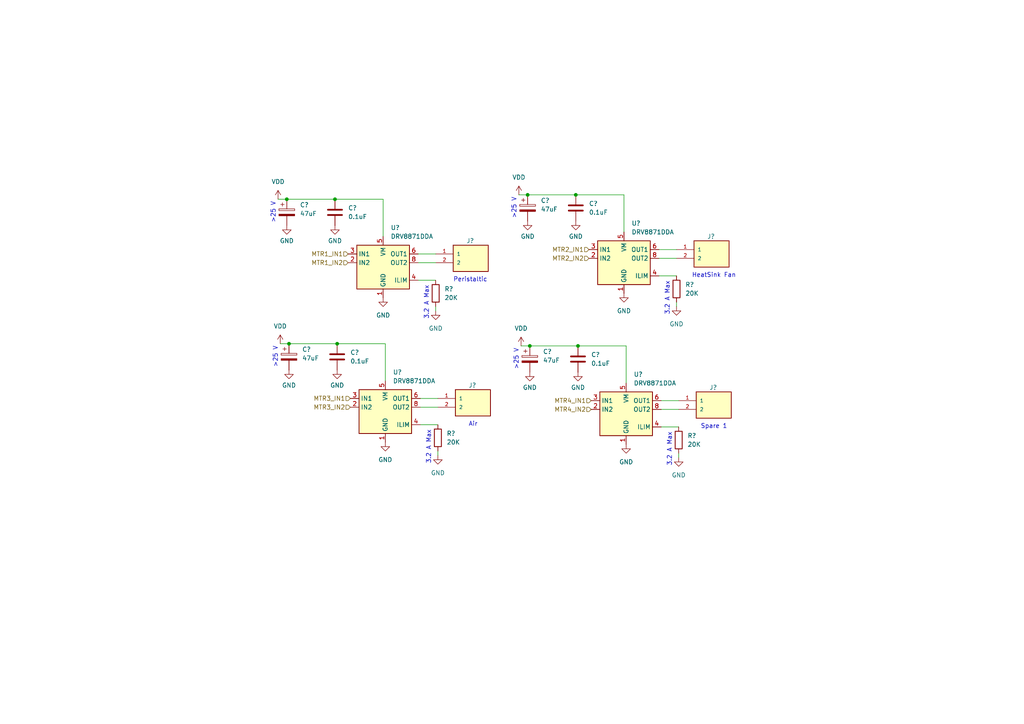
<source format=kicad_sch>
(kicad_sch (version 20230121) (generator eeschema)
  (paper "A4")
  (lib_symbols
    (symbol "Device:C" (pin_numbers hide) (pin_names (offset 0.254))
      (property "Reference" "C" (at 0.635 2.54 0))
      (property "Value" "C" (at 0.635 -2.54 0))
      (symbol "C_0_1"
        (polyline (pts (xy -2.032 -0.762) (xy 2.032 -0.762)) (stroke (width 0.508)))
        (polyline (pts (xy -2.032 0.762) (xy 2.032 0.762)) (stroke (width 0.508)))
      )
      (symbol "C_1_1"
        (pin passive line (at 0 3.81 270) (length 2.794) (name "~") (number "1"))
        (pin passive line (at 0 -3.81 90) (length 2.794) (name "~") (number "2"))
      )
    )
    (symbol "Device:C_Polarized" (pin_numbers hide) (pin_names (offset 0.254))
      (property "Reference" "C" (at 0.635 2.54 0))
      (property "Value" "C_Polarized" (at 0.635 -2.54 0))
      (symbol "C_Polarized_0_1"
        (rectangle (start -2.286 0.508) (end 2.286 1.016))
        (polyline (pts (xy -1.778 2.286) (xy -0.762 2.286)))
        (polyline (pts (xy -1.27 2.794) (xy -1.27 1.778)))
        (rectangle (start 2.286 -0.508) (end -2.286 -1.016) (fill (type outline)))
      )
      (symbol "C_Polarized_1_1"
        (pin passive line (at 0 3.81 270) (length 2.794) (name "~") (number "1"))
        (pin passive line (at 0 -3.81 90) (length 2.794) (name "~") (number "2"))
      )
    )
    (symbol "Device:R" (pin_numbers hide) (pin_names (offset 0))
      (property "Reference" "R" (at 2.032 0 90))
      (property "Value" "R" (at 0 0 90))
      (symbol "R_0_1"
        (rectangle (start -1.016 -2.54) (end 1.016 2.54) (stroke (width 0.254)))
      )
      (symbol "R_1_1"
        (pin passive line (at 0 3.81 270) (length 1.27) (name "~") (number "1"))
        (pin passive line (at 0 -3.81 90) (length 1.27) (name "~") (number "2"))
      )
    )
    (symbol "Driver_Motor:DRV8871DDA"
      (property "Reference" "U" (at -6.35 6.35 0))
      (property "Value" "DRV8871DDA" (at 8.89 6.35 0))
      (symbol "DRV8871DDA_0_1"
        (rectangle (start -7.62 5.08) (end 7.62 -7.62) (stroke (width 0.254)) (fill (type background)))
      )
      (symbol "DRV8871DDA_1_1"
        (pin power_in line (at 0 -10.16 90) (length 2.54) (name "GND") (number "1"))
        (pin input line (at -10.16 0 0) (length 2.54) (name "IN2") (number "2"))
        (pin input line (at -10.16 2.54 0) (length 2.54) (name "IN1") (number "3"))
        (pin passive line (at 10.16 -5.08 180) (length 2.54) (name "ILIM") (number "4"))
        (pin power_in line (at 0 7.62 270) (length 2.54) (name "VM") (number "5"))
        (pin output line (at 10.16 2.54 180) (length 2.54) (name "OUT1") (number "6"))
        (pin passive line (at 0 -10.16 90) (length 2.54) hide (name "GND") (number "7"))
        (pin output line (at 10.16 0 180) (length 2.54) (name "OUT2") (number "8"))
        (pin passive line (at 0 -10.16 90) (length 2.54) hide (name "GND") (number "9"))
      )
    )
    (symbol "connectors:TBP02R2-381-02BE" (pin_names (offset 1.016))
      (property "Reference" "J" (at -5.58 5.08 0))
      (property "Value" "TBP02R2-381-02BE" (at -5.08 -5.08 0))
      (symbol "TBP02R2-381-02BE_0_0"
        (rectangle (start -5.08 -2.54) (end 5.08 5.08) (stroke (width 0.254)) (fill (type background)))
        (pin passive line (at -10.16 2.54 0) (length 5.08) (name "1") (number "1"))
        (pin passive line (at -10.16 0 0) (length 5.08) (name "2") (number "2"))
      )
    )
    (symbol "power:GND" (power) (pin_names (offset 0))
      (property "Value" "GND" (at 0 -3.81 0))
      (symbol "GND_0_1"
        (polyline (pts (xy 0 0) (xy 0 -1.27) (xy 1.27 -1.27) (xy 0 -2.54) (xy -1.27 -1.27) (xy 0 -1.27)))
      )
      (symbol "GND_1_1"
        (pin power_in line (at 0 0 270) (length 0) hide (name "GND") (number "1"))
      )
    )
    (symbol "power:VDD" (power) (pin_names (offset 0))
      (property "Value" "VDD" (at 0 3.81 0))
      (symbol "VDD_0_1"
        (polyline (pts (xy -0.762 1.27) (xy 0 2.54)))
        (polyline (pts (xy 0 0) (xy 0 2.54)))
        (polyline (pts (xy 0 2.54) (xy 0.762 1.27)))
      )
      (symbol "VDD_1_1"
        (pin power_in line (at 0 0 90) (length 0) hide (name "VDD") (number "1"))
      )
    )
  )
  (junction (at 83.82 99.695))
  (junction (at 167.005 56.515))
  (junction (at 153.035 56.515))
  (junction (at 97.155 57.785))
  (junction (at 167.64 100.33))
  (junction (at 153.67 100.33))
  (junction (at 97.79 99.695))
  (junction (at 83.185 57.785))
  (wire (pts (xy 83.82 99.695) (xy 97.79 99.695)))
  (wire (pts (xy 97.155 57.785) (xy 111.125 57.785)))
  (wire (pts (xy 81.28 99.695) (xy 83.82 99.695)))
  (wire (pts (xy 121.285 73.66) (xy 126.365 73.66)))
  (wire (pts (xy 153.035 56.515) (xy 167.005 56.515)))
  (wire (pts (xy 191.135 72.39) (xy 196.215 72.39)))
  (wire (pts (xy 180.975 67.31) (xy 180.975 56.515)))
  (wire (pts (xy 121.92 123.19) (xy 127 123.19)))
  (wire (pts (xy 111.125 68.58) (xy 111.125 57.785)))
  (wire (pts (xy 181.61 111.125) (xy 181.61 100.33)))
  (wire (pts (xy 191.135 80.01) (xy 196.215 80.01)))
  (wire (pts (xy 153.67 100.33) (xy 167.64 100.33)))
  (wire (pts (xy 121.92 115.57) (xy 127 115.57)))
  (wire (pts (xy 196.85 131.445) (xy 196.85 132.715)))
  (wire (pts (xy 150.495 56.515) (xy 153.035 56.515)))
  (wire (pts (xy 97.79 99.695) (xy 111.76 99.695)))
  (wire (pts (xy 167.005 56.515) (xy 180.975 56.515)))
  (wire (pts (xy 196.215 87.63) (xy 196.215 88.9)))
  (wire (pts (xy 121.285 81.28) (xy 126.365 81.28)))
  (wire (pts (xy 121.285 76.2) (xy 126.365 76.2)))
  (wire (pts (xy 111.76 110.49) (xy 111.76 99.695)))
  (wire (pts (xy 127 130.81) (xy 127 132.08)))
  (wire (pts (xy 191.135 74.93) (xy 196.215 74.93)))
  (wire (pts (xy 191.77 118.745) (xy 196.85 118.745)))
  (wire (pts (xy 126.365 88.9) (xy 126.365 90.17)))
  (wire (pts (xy 191.77 116.205) (xy 196.85 116.205)))
  (wire (pts (xy 83.185 57.785) (xy 97.155 57.785)))
  (wire (pts (xy 151.13 100.33) (xy 153.67 100.33)))
  (wire (pts (xy 191.77 123.825) (xy 196.85 123.825)))
  (wire (pts (xy 121.92 118.11) (xy 127 118.11)))
  (wire (pts (xy 167.64 100.33) (xy 181.61 100.33)))
  (wire (pts (xy 80.645 57.785) (xy 83.185 57.785)))
  (text ">25 V" (at 149.86 63.5 90) (effects (font (size 1.27 1.27)) (justify left bottom)))
  (text "3.2 A Max" (at 194.945 135.255 90) (effects (font (size 1.27 1.27)) (justify left bottom)))
  (text "Air" (at 135.89 123.825 0) (effects (font (size 1.27 1.27)) (justify left bottom)))
  (text ">25 V" (at 150.495 107.315 90) (effects (font (size 1.27 1.27)) (justify left bottom)))
  (text "Peristaltic" (at 131.445 81.915 0) (effects (font (size 1.27 1.27)) (justify left bottom)))
  (text "Spare 1" (at 203.2 124.46 0) (effects (font (size 1.27 1.27)) (justify left bottom)))
  (text "HeatSink Fan" (at 200.66 80.645 0) (effects (font (size 1.27 1.27)) (justify left bottom)))
  (text "3.2 A Max" (at 125.095 134.62 90) (effects (font (size 1.27 1.27)) (justify left bottom)))
  (text "3.2 A Max" (at 194.31 91.44 90) (effects (font (size 1.27 1.27)) (justify left bottom)))
  (text ">25 V" (at 80.01 64.77 90) (effects (font (size 1.27 1.27)) (justify left bottom)))
  (text ">25 V" (at 80.645 106.68 90) (effects (font (size 1.27 1.27)) (justify left bottom)))
  (text "3.2 A Max" (at 124.46 92.71 90) (effects (font (size 1.27 1.27)) (justify left bottom)))
  (hierarchical_label "MTR2_IN2" (shape input) (at 170.815 74.93 180))
  (hierarchical_label "MTR1_IN1" (shape input) (at 100.965 73.66 180))
  (hierarchical_label "MTR4_IN1" (shape input) (at 171.45 116.205 180))
  (hierarchical_label "MTR2_IN1" (shape input) (at 170.815 72.39 180))
  (hierarchical_label "MTR1_IN2" (shape input) (at 100.965 76.2 180))
  (hierarchical_label "MTR3_IN2" (shape input) (at 101.6 118.11 180))
  (hierarchical_label "MTR4_IN2" (shape input) (at 171.45 118.745 180))
  (hierarchical_label "MTR3_IN1" (shape input) (at 101.6 115.57 180))
  (symbol (lib_id "connectors:TBP02R2-381-02BE") (at 137.16 118.11 0) (unit 1)
    (property "Reference" "J?" (at 135.89 111.76 0) (effects (justify left)))
    (property "Value" "TBP02R2-381-02BE" (effects hide))
    (property "Footprint" "connectors:TBP02R2-381-02BE" (effects hide))
    (property "STANDARD" "Manufacturer Recommendations" (effects hide))
    (property "MANUFACTURER" "CUI" (effects hide))
    (instances (project "phenobottle" (path "" (reference "J?") (unit 1))) (project "motor_drvr" (path "" (reference "J13") (unit 1))) (project "esp32-clover" (path "" (reference "J13") (unit 1))))
  )
  (symbol (lib_id "power:GND") (at 196.85 132.715 0) (unit 1)
    (property "Reference" "#PWR072" (effects hide))
    (property "Value" "GND" (at 196.85 137.795 0))
    (instances (project "phenobottle" (path "" (reference "#PWR072") (unit 1))) (project "motor_drvr" (path "" (reference "#PWR0135") (unit 1))) (project "esp32-clover" (path "" (reference "#PWR0135") (unit 1))))
  )
  (symbol (lib_id "power:GND") (at 97.79 107.315 0) (unit 1)
    (property "Reference" "#PWR063" (effects hide))
    (property "Value" "GND" (at 97.79 111.76 0))
    (instances (project "phenobottle" (path "" (reference "#PWR063") (unit 1))) (project "motor_drvr" (path "" (reference "#PWR0131") (unit 1))) (project "esp32-clover" (path "" (reference "#PWR0131") (unit 1))))
  )
  (symbol (lib_id "connectors:TBP02R2-381-02BE") (at 206.375 74.93 0) (unit 1)
    (property "Reference" "J?" (at 205.105 68.58 0) (effects (justify left)))
    (property "Value" "TBP02R2-381-02BE" (effects hide))
    (property "Footprint" "connectors:TBP02R2-381-02BE" (effects hide))
    (property "STANDARD" "Manufacturer Recommendations" (effects hide))
    (property "MANUFACTURER" "CUI" (effects hide))
    (instances (project "phenobottle" (path "" (reference "J?") (unit 1))) (project "motor_drvr" (path "" (reference "J13") (unit 1))) (project "esp32-clover" (path "" (reference "J13") (unit 1))))
  )
  (symbol (lib_id "power:GND") (at 153.035 64.135 0) (unit 1)
    (property "Reference" "#PWR022" (effects hide))
    (property "Value" "GND" (at 153.035 68.58 0))
    (instances (project "phenobottle" (path "" (reference "#PWR022") (unit 1))) (project "motor_drvr" (path "" (reference "#PWR0129") (unit 1))) (project "esp32-clover" (path "" (reference "#PWR0129") (unit 1))))
  )
  (symbol (lib_id "power:GND") (at 111.76 128.27 0) (unit 1)
    (property "Reference" "#PWR064" (effects hide))
    (property "Value" "GND" (at 111.76 133.35 0))
    (instances (project "phenobottle" (path "" (reference "#PWR064") (unit 1))) (project "motor_drvr" (path "" (reference "#PWR0133") (unit 1))) (project "esp32-clover" (path "" (reference "#PWR0133") (unit 1))))
  )
  (symbol (lib_id "power:GND") (at 153.67 107.95 0) (unit 1)
    (property "Reference" "#PWR069" (effects hide))
    (property "Value" "GND" (at 153.67 112.395 0))
    (instances (project "phenobottle" (path "" (reference "#PWR069") (unit 1))) (project "motor_drvr" (path "" (reference "#PWR0129") (unit 1))) (project "esp32-clover" (path "" (reference "#PWR0129") (unit 1))))
  )
  (symbol (lib_id "power:GND") (at 181.61 128.905 0) (unit 1)
    (property "Reference" "#PWR071" (effects hide))
    (property "Value" "GND" (at 181.61 133.985 0))
    (instances (project "phenobottle" (path "" (reference "#PWR071") (unit 1))) (project "motor_drvr" (path "" (reference "#PWR0133") (unit 1))) (project "esp32-clover" (path "" (reference "#PWR0133") (unit 1))))
  )
  (symbol (lib_id "Device:C") (at 97.155 61.595 0) (unit 1)
    (property "Reference" "C?" (at 100.965 60.325 0) (effects (justify left)))
    (property "Value" "0.1uF" (at 100.965 62.865 0) (effects (justify left)))
    (property "Footprint" "Capacitor_SMD:C_0805_2012Metric" (effects hide))
    (instances (project "phenobottle" (path "" (reference "C?") (unit 1))) (project "motor_drvr" (path "" (reference "C43") (unit 1))) (project "esp32-clover" (path "" (reference "C43") (unit 1))))
  )
  (symbol (lib_id "power:GND") (at 83.185 65.405 0) (unit 1)
    (property "Reference" "#PWR02" (effects hide))
    (property "Value" "GND" (at 83.185 69.85 0))
    (instances (project "phenobottle" (path "" (reference "#PWR02") (unit 1))) (project "motor_drvr" (path "" (reference "#PWR0129") (unit 1))) (project "esp32-clover" (path "" (reference "#PWR0129") (unit 1))))
  )
  (symbol (lib_id "Driver_Motor:DRV8871DDA") (at 111.76 118.11 0) (unit 1)
    (property "Reference" "U?" (at 113.9541 107.95 0) (effects (justify left)))
    (property "Value" "DRV8871DDA" (at 113.9541 110.49 0) (effects (justify left)))
    (property "Footprint" "Package_SO:Texas_HTSOP-8-1EP_3.9x4.9mm_P1.27mm_EP2.95x4.9mm_Mask2.4x3.1mm_ThermalVias" (effects hide))
    (property "Datasheet" "http://www.ti.com/lit/ds/symlink/drv8871.pdf" (effects hide))
    (instances (project "phenobottle" (path "" (reference "U?") (unit 1))) (project "motor_drvr" (path "" (reference "U16") (unit 1))) (project "esp32-clover" (path "" (reference "U16") (unit 1))))
  )
  (symbol (lib_id "Device:R") (at 127 127 0) (unit 1)
    (property "Reference" "R?" (at 129.54 125.73 0) (effects (justify left)))
    (property "Value" "20K" (at 129.54 128.27 0) (effects (justify left)))
    (property "Footprint" "Resistor_SMD:R_0805_2012Metric" (effects hide))
    (instances (project "phenobottle" (path "" (reference "R?") (unit 1))) (project "motor_drvr" (path "" (reference "R45") (unit 1))) (project "esp32-clover" (path "" (reference "R45") (unit 1))))
  )
  (symbol (lib_id "Device:R") (at 126.365 85.09 0) (unit 1)
    (property "Reference" "R?" (at 128.905 83.82 0) (effects (justify left)))
    (property "Value" "20K" (at 128.905 86.36 0) (effects (justify left)))
    (property "Footprint" "Resistor_SMD:R_0805_2012Metric" (effects hide))
    (instances (project "phenobottle" (path "" (reference "R?") (unit 1))) (project "motor_drvr" (path "" (reference "R45") (unit 1))) (project "esp32-clover" (path "" (reference "R45") (unit 1))))
  )
  (symbol (lib_id "Device:C") (at 167.64 104.14 0) (unit 1)
    (property "Reference" "C?" (at 171.45 102.87 0) (effects (justify left)))
    (property "Value" "0.1uF" (at 171.45 105.41 0) (effects (justify left)))
    (property "Footprint" "Capacitor_SMD:C_0805_2012Metric" (effects hide))
    (instances (project "phenobottle" (path "" (reference "C?") (unit 1))) (project "motor_drvr" (path "" (reference "C43") (unit 1))) (project "esp32-clover" (path "" (reference "C43") (unit 1))))
  )
  (symbol (lib_id "power:GND") (at 83.82 107.315 0) (unit 1)
    (property "Reference" "#PWR056" (effects hide))
    (property "Value" "GND" (at 83.82 111.76 0))
    (instances (project "phenobottle" (path "" (reference "#PWR056") (unit 1))) (project "motor_drvr" (path "" (reference "#PWR0129") (unit 1))) (project "esp32-clover" (path "" (reference "#PWR0129") (unit 1))))
  )
  (symbol (lib_id "power:VDD") (at 150.495 56.515 0) (unit 1)
    (property "Reference" "#PWR?" (effects hide))
    (property "Value" "VDD" (at 150.495 51.435 0))
    (instances (project "phenobottle" (path "" (reference "#PWR?") (unit 1)) (path "" (reference "#PWR047") (unit 1)) (path "" (reference "#PWR020") (unit 1))) (project "u-nit" (path "" (reference "#PWR011") (unit 1))))
  )
  (symbol (lib_id "power:GND") (at 167.64 107.95 0) (unit 1)
    (property "Reference" "#PWR070" (effects hide))
    (property "Value" "GND" (at 167.64 112.395 0))
    (instances (project "phenobottle" (path "" (reference "#PWR070") (unit 1))) (project "motor_drvr" (path "" (reference "#PWR0131") (unit 1))) (project "esp32-clover" (path "" (reference "#PWR0131") (unit 1))))
  )
  (symbol (lib_id "power:VDD") (at 81.28 99.695 0) (unit 1)
    (property "Reference" "#PWR?" (effects hide))
    (property "Value" "VDD" (at 81.28 94.615 0))
    (instances (project "phenobottle" (path "" (reference "#PWR?") (unit 1)) (path "" (reference "#PWR047") (unit 1)) (path "" (reference "#PWR038") (unit 1))) (project "u-nit" (path "" (reference "#PWR011") (unit 1))))
  )
  (symbol (lib_id "power:GND") (at 167.005 64.135 0) (unit 1)
    (property "Reference" "#PWR025" (effects hide))
    (property "Value" "GND" (at 167.005 68.58 0))
    (instances (project "phenobottle" (path "" (reference "#PWR025") (unit 1))) (project "motor_drvr" (path "" (reference "#PWR0131") (unit 1))) (project "esp32-clover" (path "" (reference "#PWR0131") (unit 1))))
  )
  (symbol (lib_id "power:GND") (at 111.125 86.36 0) (unit 1)
    (property "Reference" "#PWR011" (effects hide))
    (property "Value" "GND" (at 111.125 91.44 0))
    (instances (project "phenobottle" (path "" (reference "#PWR011") (unit 1))) (project "motor_drvr" (path "" (reference "#PWR0133") (unit 1))) (project "esp32-clover" (path "" (reference "#PWR0133") (unit 1))))
  )
  (symbol (lib_id "Driver_Motor:DRV8871DDA") (at 181.61 118.745 0) (unit 1)
    (property "Reference" "U?" (at 183.8041 108.585 0) (effects (justify left)))
    (property "Value" "DRV8871DDA" (at 183.8041 111.125 0) (effects (justify left)))
    (property "Footprint" "Package_SO:Texas_HTSOP-8-1EP_3.9x4.9mm_P1.27mm_EP2.95x4.9mm_Mask2.4x3.1mm_ThermalVias" (effects hide))
    (property "Datasheet" "http://www.ti.com/lit/ds/symlink/drv8871.pdf" (effects hide))
    (instances (project "phenobottle" (path "" (reference "U?") (unit 1))) (project "motor_drvr" (path "" (reference "U16") (unit 1))) (project "esp32-clover" (path "" (reference "U16") (unit 1))))
  )
  (symbol (lib_id "power:GND") (at 97.155 65.405 0) (unit 1)
    (property "Reference" "#PWR08" (effects hide))
    (property "Value" "GND" (at 97.155 69.85 0))
    (instances (project "phenobottle" (path "" (reference "#PWR08") (unit 1))) (project "motor_drvr" (path "" (reference "#PWR0131") (unit 1))) (project "esp32-clover" (path "" (reference "#PWR0131") (unit 1))))
  )
  (symbol (lib_id "Device:C_Polarized") (at 153.035 60.325 0) (unit 1)
    (property "Reference" "C?" (at 156.845 58.166 0) (effects (justify left)))
    (property "Value" "47uF" (at 156.845 60.706 0) (effects (justify left)))
    (property "Footprint" "Capacitor_SMD:C_Elec_10x10.2" (effects hide))
    (property "Part" "EEE-TG1K470UP" (effects hide))
    (instances (project "phenobottle" (path "" (reference "C?") (unit 1))) (project "motor_drvr" (path "" (reference "C41") (unit 1))) (project "esp32-clover" (path "" (reference "C41") (unit 1))))
  )
  (symbol (lib_id "power:GND") (at 180.975 85.09 0) (unit 1)
    (property "Reference" "#PWR028" (effects hide))
    (property "Value" "GND" (at 180.975 90.17 0))
    (instances (project "phenobottle" (path "" (reference "#PWR028") (unit 1))) (project "motor_drvr" (path "" (reference "#PWR0133") (unit 1))) (project "esp32-clover" (path "" (reference "#PWR0133") (unit 1))))
  )
  (symbol (lib_id "power:GND") (at 127 132.08 0) (unit 1)
    (property "Reference" "#PWR065" (effects hide))
    (property "Value" "GND" (at 127 137.16 0))
    (instances (project "phenobottle" (path "" (reference "#PWR065") (unit 1))) (project "motor_drvr" (path "" (reference "#PWR0135") (unit 1))) (project "esp32-clover" (path "" (reference "#PWR0135") (unit 1))))
  )
  (symbol (lib_id "Device:C") (at 97.79 103.505 0) (unit 1)
    (property "Reference" "C?" (at 101.6 102.235 0) (effects (justify left)))
    (property "Value" "0.1uF" (at 101.6 104.775 0) (effects (justify left)))
    (property "Footprint" "Capacitor_SMD:C_0805_2012Metric" (effects hide))
    (instances (project "phenobottle" (path "" (reference "C?") (unit 1))) (project "motor_drvr" (path "" (reference "C43") (unit 1))) (project "esp32-clover" (path "" (reference "C43") (unit 1))))
  )
  (symbol (lib_id "Driver_Motor:DRV8871DDA") (at 111.125 76.2 0) (unit 1)
    (property "Reference" "U?" (at 113.3191 66.04 0) (effects (justify left)))
    (property "Value" "DRV8871DDA" (at 113.3191 68.58 0) (effects (justify left)))
    (property "Footprint" "Package_SO:Texas_HTSOP-8-1EP_3.9x4.9mm_P1.27mm_EP2.95x4.9mm_Mask2.4x3.1mm_ThermalVias" (effects hide))
    (property "Datasheet" "http://www.ti.com/lit/ds/symlink/drv8871.pdf" (effects hide))
    (instances (project "phenobottle" (path "" (reference "U?") (unit 1))) (project "motor_drvr" (path "" (reference "U16") (unit 1))) (project "esp32-clover" (path "" (reference "U16") (unit 1))))
  )
  (symbol (lib_id "Device:C_Polarized") (at 83.185 61.595 0) (unit 1)
    (property "Reference" "C?" (at 86.995 59.436 0) (effects (justify left)))
    (property "Value" "47uF" (at 86.995 61.976 0) (effects (justify left)))
    (property "Footprint" "Capacitor_SMD:C_Elec_10x10.2" (effects hide))
    (property "Part" "EEE-TG1K470UP" (effects hide))
    (instances (project "phenobottle" (path "" (reference "C?") (unit 1))) (project "motor_drvr" (path "" (reference "C41") (unit 1))) (project "esp32-clover" (path "" (reference "C41") (unit 1))))
  )
  (symbol (lib_id "Device:C") (at 167.005 60.325 0) (unit 1)
    (property "Reference" "C?" (at 170.815 59.055 0) (effects (justify left)))
    (property "Value" "0.1uF" (at 170.815 61.595 0) (effects (justify left)))
    (property "Footprint" "Capacitor_SMD:C_0805_2012Metric" (effects hide))
    (instances (project "phenobottle" (path "" (reference "C?") (unit 1))) (project "motor_drvr" (path "" (reference "C43") (unit 1))) (project "esp32-clover" (path "" (reference "C43") (unit 1))))
  )
  (symbol (lib_id "Device:C_Polarized") (at 83.82 103.505 0) (unit 1)
    (property "Reference" "C?" (at 87.63 101.346 0) (effects (justify left)))
    (property "Value" "47uF" (at 87.63 103.886 0) (effects (justify left)))
    (property "Footprint" "Capacitor_SMD:C_Elec_10x10.2" (effects hide))
    (property "Part" "EEE-TG1K470UP" (effects hide))
    (instances (project "phenobottle" (path "" (reference "C?") (unit 1))) (project "motor_drvr" (path "" (reference "C41") (unit 1))) (project "esp32-clover" (path "" (reference "C41") (unit 1))))
  )
  (symbol (lib_id "connectors:TBP02R2-381-02BE") (at 207.01 118.745 0) (unit 1)
    (property "Reference" "J?" (at 205.74 112.395 0) (effects (justify left)))
    (property "Value" "TBP02R2-381-02BE" (effects hide))
    (property "Footprint" "connectors:TBP02R2-381-02BE" (effects hide))
    (property "STANDARD" "Manufacturer Recommendations" (effects hide))
    (property "MANUFACTURER" "CUI" (effects hide))
    (instances (project "phenobottle" (path "" (reference "J?") (unit 1))) (project "motor_drvr" (path "" (reference "J13") (unit 1))) (project "esp32-clover" (path "" (reference "J13") (unit 1))))
  )
  (symbol (lib_id "power:GND") (at 196.215 88.9 0) (unit 1)
    (property "Reference" "#PWR036" (effects hide))
    (property "Value" "GND" (at 196.215 93.98 0))
    (instances (project "phenobottle" (path "" (reference "#PWR036") (unit 1))) (project "motor_drvr" (path "" (reference "#PWR0135") (unit 1))) (project "esp32-clover" (path "" (reference "#PWR0135") (unit 1))))
  )
  (symbol (lib_id "power:VDD") (at 80.645 57.785 0) (unit 1)
    (property "Reference" "#PWR?" (effects hide))
    (property "Value" "VDD" (at 80.645 52.705 0))
    (instances (project "phenobottle" (path "" (reference "#PWR?") (unit 1)) (path "" (reference "#PWR047") (unit 1)) (path "" (reference "#PWR01") (unit 1))) (project "u-nit" (path "" (reference "#PWR011") (unit 1))))
  )
  (symbol (lib_id "connectors:TBP02R2-381-02BE") (at 136.525 76.2 0) (unit 1)
    (property "Reference" "J?" (at 135.255 69.85 0) (effects (justify left)))
    (property "Value" "TBP02R2-381-02BE" (effects hide))
    (property "Footprint" "connectors:TBP02R2-381-02BE" (effects hide))
    (property "STANDARD" "Manufacturer Recommendations" (effects hide))
    (property "MANUFACTURER" "CUI" (effects hide))
    (instances (project "phenobottle" (path "" (reference "J?") (unit 1))) (project "motor_drvr" (path "" (reference "J13") (unit 1))) (project "esp32-clover" (path "" (reference "J13") (unit 1))))
  )
  (symbol (lib_id "Driver_Motor:DRV8871DDA") (at 180.975 74.93 0) (unit 1)
    (property "Reference" "U?" (at 183.1691 64.77 0) (effects (justify left)))
    (property "Value" "DRV8871DDA" (at 183.1691 67.31 0) (effects (justify left)))
    (property "Footprint" "Package_SO:Texas_HTSOP-8-1EP_3.9x4.9mm_P1.27mm_EP2.95x4.9mm_Mask2.4x3.1mm_ThermalVias" (effects hide))
    (property "Datasheet" "http://www.ti.com/lit/ds/symlink/drv8871.pdf" (effects hide))
    (instances (project "phenobottle" (path "" (reference "U?") (unit 1))) (project "motor_drvr" (path "" (reference "U16") (unit 1))) (project "esp32-clover" (path "" (reference "U16") (unit 1))))
  )
  (symbol (lib_id "Device:R") (at 196.215 83.82 0) (unit 1)
    (property "Reference" "R?" (at 198.755 82.55 0) (effects (justify left)))
    (property "Value" "20K" (at 198.755 85.09 0) (effects (justify left)))
    (property "Footprint" "Resistor_SMD:R_0805_2012Metric" (effects hide))
    (instances (project "phenobottle" (path "" (reference "R?") (unit 1))) (project "motor_drvr" (path "" (reference "R45") (unit 1))) (project "esp32-clover" (path "" (reference "R45") (unit 1))))
  )
  (symbol (lib_id "Device:C_Polarized") (at 153.67 104.14 0) (unit 1)
    (property "Reference" "C?" (at 157.48 101.981 0) (effects (justify left)))
    (property "Value" "47uF" (at 157.48 104.521 0) (effects (justify left)))
    (property "Footprint" "Capacitor_SMD:C_Elec_10x10.2" (effects hide))
    (property "Part" "EEE-TG1K470UP" (effects hide))
    (instances (project "phenobottle" (path "" (reference "C?") (unit 1))) (project "motor_drvr" (path "" (reference "C41") (unit 1))) (project "esp32-clover" (path "" (reference "C41") (unit 1))))
  )
  (symbol (lib_id "power:VDD") (at 151.13 100.33 0) (unit 1)
    (property "Reference" "#PWR?" (effects hide))
    (property "Value" "VDD" (at 151.13 95.25 0))
    (instances (project "phenobottle" (path "" (reference "#PWR?") (unit 1)) (path "" (reference "#PWR047") (unit 1)) (path "" (reference "#PWR048") (unit 1))) (project "u-nit" (path "" (reference "#PWR011") (unit 1))))
  )
  (symbol (lib_id "power:GND") (at 126.365 90.17 0) (unit 1)
    (property "Reference" "#PWR012" (effects hide))
    (property "Value" "GND" (at 126.365 95.25 0))
    (instances (project "phenobottle" (path "" (reference "#PWR012") (unit 1))) (project "motor_drvr" (path "" (reference "#PWR0135") (unit 1))) (project "esp32-clover" (path "" (reference "#PWR0135") (unit 1))))
  )
  (symbol (lib_id "Device:R") (at 196.85 127.635 0) (unit 1)
    (property "Reference" "R?" (at 199.39 126.365 0) (effects (justify left)))
    (property "Value" "20K" (at 199.39 128.905 0) (effects (justify left)))
    (property "Footprint" "Resistor_SMD:R_0805_2012Metric" (effects hide))
    (instances (project "phenobottle" (path "" (reference "R?") (unit 1))) (project "motor_drvr" (path "" (reference "R45") (unit 1))) (project "esp32-clover" (path "" (reference "R45") (unit 1))))
  )
)
</source>
